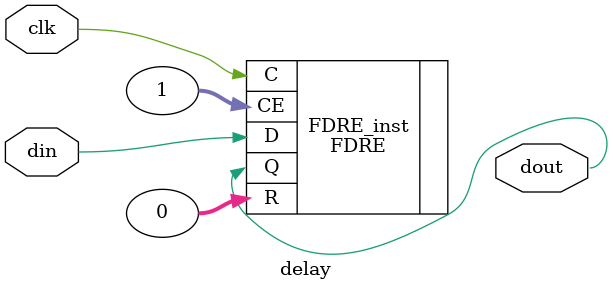
<source format=v>
`timescale 1ns / 1ps


module delay(
    input clk,
    input din,
    output dout
    );

FDRE #(
      .INIT(1'b0) // Initial value of register (1'b0 or 1'b1)
   ) FDRE_inst (
      .Q(dout),      // 1-bit Data output
      .C(clk),      // 1-bit Clock input
      .CE(1),    // 1-bit Clock enable input
      .R(0),      // 1-bit Synchronous reset input
      .D(din)       // 1-bit Data input
   );
endmodule

</source>
